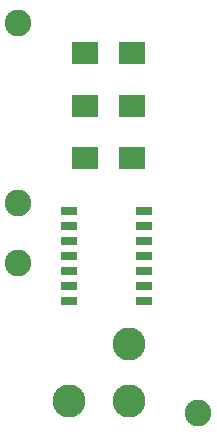
<source format=gbr>
G04 #@! TF.FileFunction,Soldermask,Top*
%FSLAX46Y46*%
G04 Gerber Fmt 4.6, Leading zero omitted, Abs format (unit mm)*
G04 Created by KiCad (PCBNEW 4.0.4-stable) date Mon Feb  6 12:25:40 2017*
%MOMM*%
%LPD*%
G01*
G04 APERTURE LIST*
%ADD10C,0.100000*%
%ADD11R,2.254000X1.854000*%
%ADD12R,2.254000X1.954000*%
%ADD13R,1.397000X0.762000*%
%ADD14C,2.252980*%
%ADD15C,2.794000*%
G04 APERTURE END LIST*
D10*
D11*
X127730000Y-95250000D03*
X123730000Y-95250000D03*
D12*
X127730000Y-99695000D03*
X123730000Y-99695000D03*
X127730000Y-104140000D03*
X123730000Y-104140000D03*
D13*
X122428000Y-108585000D03*
X122428000Y-109855000D03*
X122428000Y-111125000D03*
X122428000Y-112395000D03*
X122428000Y-113665000D03*
X122428000Y-114935000D03*
X122428000Y-116205000D03*
X128778000Y-116205000D03*
X128778000Y-114935000D03*
X128778000Y-112395000D03*
X128778000Y-111125000D03*
X128778000Y-109855000D03*
X128778000Y-108585000D03*
X128778000Y-113665000D03*
D14*
X118110000Y-92710000D03*
X133350000Y-125730000D03*
D15*
X127508000Y-119888000D03*
X122428000Y-124714000D03*
X127508000Y-124714000D03*
D14*
X118110000Y-113030000D03*
X118110000Y-107950000D03*
M02*

</source>
